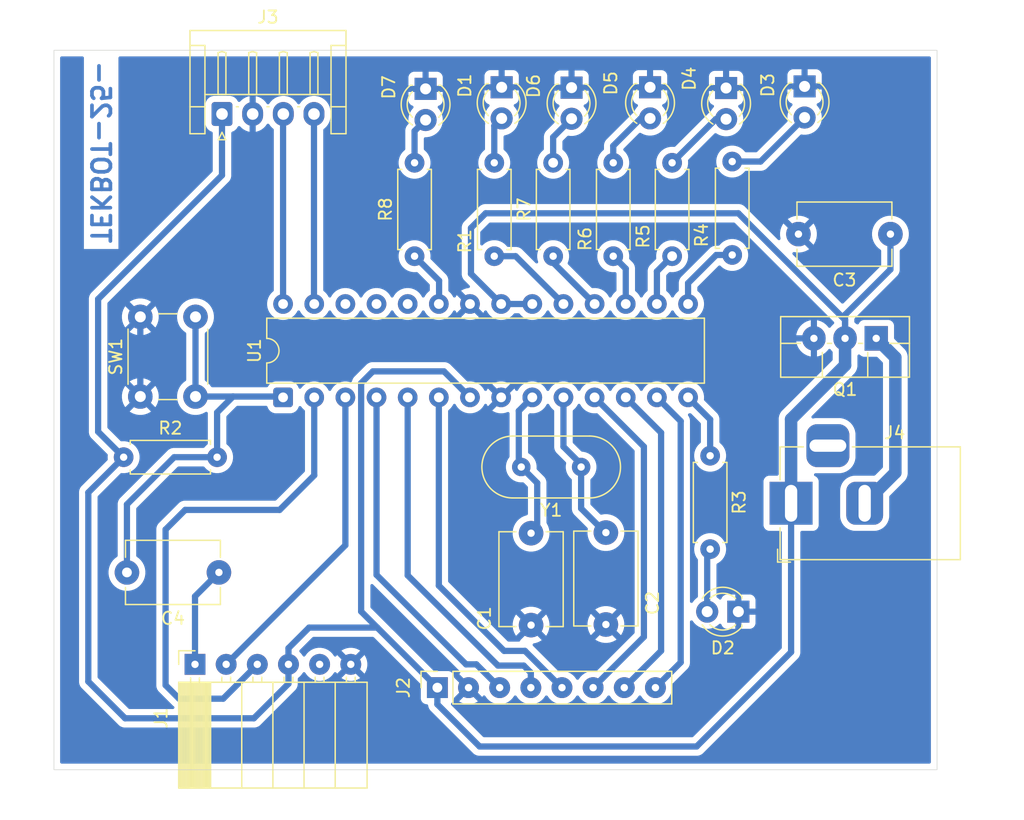
<source format=kicad_pcb>
(kicad_pcb (version 20241229) (generator "pcbnew") (generator_version "9.0")
  (layers (0 "F.Cu" signal) (2 "B.Cu" signal) (13 "F.Paste" user) (15 "B.Paste" user) (5 "F.SilkS" user "F.Silkscreen") (7 "B.SilkS" user "B.Silkscreen") (1 "F.Mask" user) (3 "B.Mask" user) (25 "Edge.Cuts" user))
  (net 0 "")
  (net 1 "XTAL2")
  (net 2 "V-")
  (net 3 "XTAL1")
  (net 4 "Net-(D1-A)")
  (net 5 "GND")
  (net 6 "Net-(D2-A)")
  (net 7 "Net-(D3-A)")
  (net 8 "Net-(D4-A)")
  (net 9 "Net-(D5-A)")
  (net 10 "Net-(D6-A)")
  (net 11 "Net-(D7-A)")
  (net 12 "Rx")
  (net 14 "RST")
  (net 15 "Tx")
  (net 16 "V+")
  (net 17 "D6")
  (net 18 "E")
  (net 19 "RS")
  (net 20 "D4")
  (net 21 "D7")
  (net 22 "D5")
  (net 23 "SCL")
  (net 24 "SDA")
  (net 25 "Lbuilt")
  (net 26 "UP")
  (net 27 "DOWN")
  (net 28 "LEFT")
  (net 29 "RIGHT")
  (net 30 "FRONT")
  (net 31 "BACK")
  (net 35 "Net-(J1-Pin_1)")
  (footprint "Crystal:Crystal_HC49-U_Vertical" (layer "F.Cu") (at 153.98 113.3 180)
    (property "Reference" "Y1" (at 2.44 -3.525 0) (layer "F.SilkS"))
    (property "Value" "Crystal")
    (fp_line (start -0.685 2.525) (end 5.565 2.525) (stroke (width 0.12)) (layer "F.SilkS"))
    (fp_line (start -0.685 -2.525) (end 5.565 -2.525) (stroke (width 0.12)) (layer "F.SilkS"))
    (fp_arc (start 5.565 -2.525) (mid 8.09 0) (end 5.565 2.525) (stroke (width 0.12)) (layer "F.SilkS"))
    (fp_arc (start -0.685 2.525) (mid -3.21 0) (end -0.685 -2.525) (stroke (width 0.12)) (layer "F.SilkS"))
    (pad "1" thru_hole circle (at 0 0 180) (size 1.5 1.5) (drill 0.6) (layers "*.Cu" "*.Mask") (net 1 "XTAL2"))
    (pad "2" thru_hole circle (at 4.88 0 180) (size 1.5 1.5) (drill 0.6) (layers "*.Cu" "*.Mask") (net 3 "XTAL1"))
  )
  (footprint "Resistor_THT:R_Axial_DIN0207_L6.3mm_D2.5mm_P7.62mm_Horizontal" (layer "F.Cu") (at 151.7 96.1 90)
    (property "Reference" "R7" (at 3.81 -2.37 90) (layer "F.SilkS"))
    (property "Value" "220")
    (fp_line (start 7.08 -1.37) (end 7.08 -1.04) (stroke (width 0.12)) (layer "F.SilkS"))
    (fp_line (start 0.54 -1.37) (end 7.08 -1.37) (stroke (width 0.12)) (layer "F.SilkS"))
    (fp_line (start 0.54 -1.04) (end 0.54 -1.37) (stroke (width 0.12)) (layer "F.SilkS"))
    (fp_line (start 0.54 1.04) (end 0.54 1.37) (stroke (width 0.12)) (layer "F.SilkS"))
    (fp_line (start 7.08 1.37) (end 7.08 1.04) (stroke (width 0.12)) (layer "F.SilkS"))
    (fp_line (start 0.54 1.37) (end 7.08 1.37) (stroke (width 0.12)) (layer "F.SilkS"))
    (pad "1" thru_hole circle (at 0 0 90) (size 1.6 1.6) (drill 0.6) (layers "*.Cu" "*.Mask") (net 30 "FRONT"))
    (pad "2" thru_hole oval (at 7.62 0 90) (size 1.6 1.6) (drill 0.8) (layers "*.Cu" "*.Mask") (net 10 "Net-(D6-A)"))
  )
  (footprint "Button_Switch_THT:SW_PUSH_6mm" (layer "F.Cu") (at 118.04 107.55 90)
    (property "Reference" "SW1" (at 3.25 -2 90) (layer "F.SilkS"))
    (property "Value" "SW_Push")
    (fp_line (start 5.5 -1) (end 1 -1) (stroke (width 0.12)) (layer "F.SilkS"))
    (fp_line (start -0.25 1.5) (end -0.25 3) (stroke (width 0.12)) (layer "F.SilkS"))
    (fp_line (start 6.75 3) (end 6.75 1.5) (stroke (width 0.12)) (layer "F.SilkS"))
    (fp_line (start 1 5.5) (end 5.5 5.5) (stroke (width 0.12)) (layer "F.SilkS"))
    (pad "1" thru_hole circle (at 0 0 180) (size 2 2) (drill 0.9) (layers "*.Cu" "*.Mask") (net 2 "V-"))
    (pad "1" thru_hole circle (at 6.5 0 180) (size 2 2) (drill 0.9) (layers "*.Cu" "*.Mask") (net 2 "V-"))
    (pad "2" thru_hole circle (at 0 4.5 180) (size 2 2) (drill 0.9) (layers "*.Cu" "*.Mask") (net 14 "RST"))
    (pad "2" thru_hole circle (at 6.5 4.5 180) (size 2 2) (drill 0.9) (layers "*.Cu" "*.Mask") (net 14 "RST"))
  )
  (footprint "Capacitor_THT:C_Disc_D7.5mm_W5.0mm_P7.50mm" (layer "F.Cu") (at 124.45 121.9 180)
    (property "Reference" "C4" (at 3.75 -3.75 0) (layer "F.SilkS"))
    (property "Value" "100nF")
    (fp_line (start 7.62 1.234) (end 7.62 2.62) (stroke (width 0.12)) (layer "F.SilkS"))
    (fp_line (start 7.62 -2.62) (end 7.62 -1.234) (stroke (width 0.12)) (layer "F.SilkS"))
    (fp_line (start -0.12 2.62) (end 7.62 2.62) (stroke (width 0.12)) (layer "F.SilkS"))
    (fp_line (start -0.12 1.234) (end -0.12 2.62) (stroke (width 0.12)) (layer "F.SilkS"))
    (fp_line (start -0.12 -2.62) (end 7.62 -2.62) (stroke (width 0.12)) (layer "F.SilkS"))
    (fp_line (start -0.12 -2.62) (end -0.12 -1.234) (stroke (width 0.12)) (layer "F.SilkS"))
    (pad "1" thru_hole circle (at 0 0 180) (size 2 2) (drill 0.6) (layers "*.Cu" "*.Mask") (net 35 "Net-(J1-Pin_1)"))
    (pad "2" thru_hole circle (at 7.5 0 180) (size 2 2) (drill 0.8) (layers "*.Cu" "*.Mask") (net 14 "RST"))
  )
  (footprint "LED_THT:LED_D3.0mm" (layer "F.Cu") (at 166.8 125.1 180)
    (property "Reference" "D2" (at 1.27 -2.96 0) (layer "F.SilkS"))
    (property "Value" "LED")
    (fp_line (start -0.29 1.08) (end -0.29 1.236) (stroke (width 0.12)) (layer "F.SilkS"))
    (fp_line (start -0.29 -1.236) (end -0.29 -1.08) (stroke (width 0.12)) (layer "F.SilkS"))
    (fp_arc (start 2.941397 1.080061) (mid 1.365624 1.987701) (end -0.29 1.235516) (stroke (width 0.12)) (layer "F.SilkS"))
    (fp_arc (start 2.31091 1.080049) (mid 1.269964 1.5) (end 0.229039 1.08) (stroke (width 0.12)) (layer "F.SilkS"))
    (fp_arc (start 0.229039 -1.08) (mid 1.269964 -1.5) (end 2.31091 -1.080049) (stroke (width 0.12)) (layer "F.SilkS"))
    (fp_arc (start -0.29 -1.235516) (mid 1.365624 -1.987701) (end 2.941397 -1.080061) (stroke (width 0.12)) (layer "F.SilkS"))
    (pad "1" thru_hole rect (at 0 0 180) (size 1.8 1.8) (drill 0.9) (layers "*.Cu" "*.Mask") (net 2 "V-"))
    (pad "2" thru_hole circle (at 2.54 0 180) (size 1.8 1.8) (drill 0.9) (layers "*.Cu" "*.Mask") (net 6 "Net-(D2-A)"))
  )
  (footprint "Connector_BarrelJack:BarrelJack_Horizontal" (layer "F.Cu") (at 171.1 116.2575 180)
    (property "Reference" "J4" (at -8.45 5.75 0) (layer "F.SilkS"))
    (property "Value" "Jack-DC")
    (fp_line (start 1.1 -3.75) (end 1.1 -4.8) (stroke (width 0.12)) (layer "F.SilkS"))
    (fp_line (start 0.9 4.6) (end -1 4.6) (stroke (width 0.12)) (layer "F.SilkS"))
    (fp_line (start 0.9 1.9) (end 0.9 4.6) (stroke (width 0.12)) (layer "F.SilkS"))
    (fp_line (start 0.9 -4.6) (end 0.9 -2) (stroke (width 0.12)) (layer "F.SilkS"))
    (fp_line (start 0.05 -4.8) (end 1.1 -4.8) (stroke (width 0.12)) (layer "F.SilkS"))
    (fp_line (start -5 4.6) (end -13.8 4.6) (stroke (width 0.12)) (layer "F.SilkS"))
    (fp_line (start -13.8 4.6) (end -13.8 -4.6) (stroke (width 0.12)) (layer "F.SilkS"))
    (fp_line (start -13.8 -4.6) (end 0.9 -4.6) (stroke (width 0.12)) (layer "F.SilkS"))
    (pad "1" thru_hole rect (at 0 0 180) (size 3.5 3.5) (drill oval 1 3) (layers "*.Cu" "*.Mask") (net 16 "V+"))
    (pad "2" thru_hole roundrect (at -6 0 180) (size 3 3.5) (drill oval 1 3) (layers "*.Cu" "*.Mask") (net 5 "GND"))
    (pad "3" thru_hole roundrect (at -3 4.7 180) (size 3.5 3.5) (drill oval 3 1) (layers "*.Cu" "*.Mask"))
  )
  (footprint "Resistor_THT:R_Axial_DIN0207_L6.3mm_D2.5mm_P7.62mm_Horizontal" (layer "F.Cu") (at 156.6 96.1 90)
    (property "Reference" "R6" (at 1.4 -2.3 90) (layer "F.SilkS"))
    (property "Value" "220")
    (fp_line (start 7.08 -1.37) (end 7.08 -1.04) (stroke (width 0.12)) (layer "F.SilkS"))
    (fp_line (start 0.54 -1.37) (end 7.08 -1.37) (stroke (width 0.12)) (layer "F.SilkS"))
    (fp_line (start 0.54 -1.04) (end 0.54 -1.37) (stroke (width 0.12)) (layer "F.SilkS"))
    (fp_line (start 0.54 1.04) (end 0.54 1.37) (stroke (width 0.12)) (layer "F.SilkS"))
    (fp_line (start 7.08 1.37) (end 7.08 1.04) (stroke (width 0.12)) (layer "F.SilkS"))
    (fp_line (start 0.54 1.37) (end 7.08 1.37) (stroke (width 0.12)) (layer "F.SilkS"))
    (pad "1" thru_hole circle (at 0 0 90) (size 1.6 1.6) (drill 0.6) (layers "*.Cu" "*.Mask") (net 29 "RIGHT"))
    (pad "2" thru_hole oval (at 7.62 0 90) (size 1.6 1.6) (drill 0.6) (layers "*.Cu" "*.Mask") (net 9 "Net-(D5-A)"))
  )
  (footprint "Connector_PinSocket_2.54mm:PinSocket_1x08_P2.54mm_Vertical" (layer "F.Cu") (at 142.26 131.3 90)
    (property "Reference" "J2" (at 0 -2.77 90) (layer "F.SilkS"))
    (property "Value" "LCD_connector")
    (fp_line (start 1.33 -1.33) (end 1.33 0) (stroke (width 0.12)) (layer "F.SilkS"))
    (fp_line (start 0 -1.33) (end 1.33 -1.33) (stroke (width 0.12)) (layer "F.SilkS"))
    (fp_line (start 1.33 1.27) (end 1.33 19.11) (stroke (width 0.12)) (layer "F.SilkS"))
    (fp_line (start -1.33 1.27) (end 1.33 1.27) (stroke (width 0.12)) (layer "F.SilkS"))
    (fp_line (start -1.33 1.27) (end -1.33 19.11) (stroke (width 0.12)) (layer "F.SilkS"))
    (fp_line (start -1.33 19.11) (end 1.33 19.11) (stroke (width 0.12)) (layer "F.SilkS"))
    (pad "1" thru_hole rect (at 0 0 90) (size 1.7 1.7) (drill 0.8) (layers "*.Cu" "*.Mask") (net 16 "V+"))
    (pad "2" thru_hole circle (at 0 2.54 90) (size 1.7 1.7) (drill 0.6) (layers "*.Cu" "*.Mask") (net 2 "V-"))
    (pad "3" thru_hole circle (at 0 5.08 90) (size 1.7 1.7) (drill 0.6) (layers "*.Cu" "*.Mask") (net 20 "D4"))
    (pad "4" thru_hole circle (at 0 7.62 90) (size 1.7 1.7) (drill 0.6) (layers "*.Cu" "*.Mask") (net 22 "D5"))
    (pad "5" thru_hole circle (at 0 10.16 90) (size 1.7 1.7) (drill 0.6) (layers "*.Cu" "*.Mask") (net 17 "D6"))
    (pad "6" thru_hole circle (at 0 12.7 90) (size 1.7 1.7) (drill 0.6) (layers "*.Cu" "*.Mask") (net 21 "D7"))
    (pad "7" thru_hole circle (at 0 15.24 90) (size 1.7 1.7) (drill 0.6) (layers "*.Cu" "*.Mask") (net 19 "RS"))
    (pad "8" thru_hole circle (at 0 17.78 90) (size 1.7 1.7) (drill 0.6) (layers "*.Cu" "*.Mask") (net 18 "E"))
  )
  (footprint "Package_DIP:DIP-28_W7.62mm" (layer "F.Cu") (at 129.68 107.62 90)
    (property "Reference" "U1" (at 3.81 -2.33 90) (layer "F.SilkS"))
    (property "Value" "ATmega328-P")
    (fp_line (start 6.46 -1.33) (end 4.81 -1.33) (stroke (width 0.12)) (layer "F.SilkS"))
    (fp_line (start 2.81 -1.33) (end 1.16 -1.33) (stroke (width 0.12)) (layer "F.SilkS"))
    (fp_line (start 1.16 -1.33) (end 1.16 34.35) (stroke (width 0.12)) (layer "F.SilkS"))
    (fp_line (start 6.46 34.35) (end 6.46 -1.33) (stroke (width 0.12)) (layer "F.SilkS"))
    (fp_line (start 1.16 34.35) (end 6.46 34.35) (stroke (width 0.12)) (layer "F.SilkS"))
    (fp_arc (start 4.81 -1.33) (mid 3.81 -0.33) (end 2.81 -1.33) (stroke (width 0.12)) (layer "F.SilkS"))
    (pad "1" thru_hole roundrect (at 0 0 90) (size 1.6 1.6) (drill 0.8) (layers "*.Cu" "*.Mask") (roundrect_rratio 0.15625) (net 14 "RST"))
    (pad "2" thru_hole circle (at 0 2.54 90) (size 1.6 1.6) (drill 0.8) (layers "*.Cu" "*.Mask") (net 15 "Tx"))
    (pad "3" thru_hole circle (at 0 5.08 90) (size 1.6 1.6) (drill 0.8) (layers "*.Cu" "*.Mask") (net 12 "Rx"))
    (pad "4" thru_hole circle (at 0 7.62 90) (size 1.6 1.6) (drill 0.8) (layers "*.Cu" "*.Mask") (net 20 "D4"))
    (pad "5" thru_hole circle (at 0 10.16 90) (size 1.6 1.6) (drill 0.8) (layers "*.Cu" "*.Mask") (net 22 "D5"))
    (pad "6" thru_hole circle (at 0 12.7 90) (size 1.6 1.6) (drill 0.8) (layers "*.Cu" "*.Mask") (net 17 "D6"))
    (pad "7" thru_hole circle (at 0 15.24 90) (size 1.6 1.6) (drill 0.8) (layers "*.Cu" "*.Mask") (net 16 "V+"))
    (pad "8" thru_hole circle (at 0 17.78 90) (size 1.6 1.6) (drill 0.8) (layers "*.Cu" "*.Mask") (net 2 "V-"))
    (pad "9" thru_hole circle (at 0 20.32 90) (size 1.6 1.6) (drill 0.8) (layers "*.Cu" "*.Mask") (net 3 "XTAL1"))
    (pad "10" thru_hole circle (at 0 22.86 90) (size 1.6 1.6) (drill 0.8) (layers "*.Cu" "*.Mask") (net 1 "XTAL2"))
    (pad "11" thru_hole circle (at 0 25.4 90) (size 1.6 1.6) (drill 0.8) (layers "*.Cu" "*.Mask") (net 21 "D7"))
    (pad "12" thru_hole circle (at 0 27.94 90) (size 1.6 1.6) (drill 0.8) (layers "*.Cu" "*.Mask") (net 19 "RS"))
    (pad "13" thru_hole circle (at 0 30.48 90) (size 1.6 1.6) (drill 0.8) (layers "*.Cu" "*.Mask") (net 18 "E"))
    (pad "14" thru_hole circle (at 0 33.02 90) (size 1.6 1.6) (drill 0.8) (layers "*.Cu" "*.Mask") (net 26 "UP"))
    (pad "15" thru_hole circle (at 7.62 33.02 90) (size 1.6 1.6) (drill 0.8) (layers "*.Cu" "*.Mask") (net 27 "DOWN"))
    (pad "16" thru_hole circle (at 7.62 30.48 90) (size 1.6 1.6) (drill 0.8) (layers "*.Cu" "*.Mask") (net 28 "LEFT"))
    (pad "17" thru_hole circle (at 7.62 27.94 90) (size 1.6 1.6) (drill 0.8) (layers "*.Cu" "*.Mask") (net 29 "RIGHT"))
    (pad "18" thru_hole circle (at 7.62 25.4 90) (size 1.6 1.6) (drill 0.8) (layers "*.Cu" "*.Mask") (net 30 "FRONT"))
    (pad "19" thru_hole circle (at 7.62 22.86 90) (size 1.6 1.6) (drill 0.8) (layers "*.Cu" "*.Mask") (net 25 "Lbuilt"))
    (pad "20" thru_hole circle (at 7.62 20.32 90) (size 1.6 1.6) (drill 0.8) (layers "*.Cu" "*.Mask") (net 16 "V+"))
    (pad "21" thru_hole circle (at 7.62 17.78 90) (size 1.6 1.6) (drill 0.8) (layers "*.Cu" "*.Mask") (net 16 "V+"))
    (pad "22" thru_hole circle (at 7.62 15.24 90) (size 1.6 1.6) (drill 0.8) (layers "*.Cu" "*.Mask") (net 2 "V-"))
    (pad "23" thru_hole circle (at 7.62 12.7 90) (size 1.6 1.6) (drill 0.8) (layers "*.Cu" "*.Mask") (net 31 "BACK"))
    (pad "24" thru_hole circle (at 7.62 10.16 90) (size 1.6 1.6) (drill 0.8) (layers "*.Cu" "*.Mask"))
    (pad "25" thru_hole circle (at 7.62 7.62 90) (size 1.6 1.6) (drill 0.8) (layers "*.Cu" "*.Mask"))
    (pad "26" thru_hole circle (at 7.62 5.08 90) (size 1.6 1.6) (drill 0.8) (layers "*.Cu" "*.Mask"))
    (pad "27" thru_hole circle (at 7.62 2.54 90) (size 1.6 1.6) (drill 0.8) (layers "*.Cu" "*.Mask") (net 24 "SDA"))
    (pad "28" thru_hole circle (at 7.62 0 90) (size 1.6 1.6) (drill 0.8) (layers "*.Cu" "*.Mask") (net 23 "SCL"))
  )
  (footprint "LED_THT:LED_D3.0mm" (layer "F.Cu") (at 153.2 82.35 -90)
    (property "Reference" "D6" (at -0.13 3.1 90) (layer "F.SilkS"))
    (property "Value" "LED")
    (fp_line (start -0.29 1.08) (end -0.29 1.236) (stroke (width 0.12)) (layer "F.SilkS"))
    (fp_line (start -0.29 -1.236) (end -0.29 -1.08) (stroke (width 0.12)) (layer "F.SilkS"))
    (fp_arc (start 2.941397 1.080061) (mid 1.365624 1.987701) (end -0.29 1.235516) (stroke (width 0.12)) (layer "F.SilkS"))
    (fp_arc (start 2.31091 1.080049) (mid 1.269964 1.5) (end 0.229039 1.08) (stroke (width 0.12)) (layer "F.SilkS"))
    (fp_arc (start 0.229039 -1.08) (mid 1.269964 -1.5) (end 2.31091 -1.080049) (stroke (width 0.12)) (layer "F.SilkS"))
    (fp_arc (start -0.29 -1.235516) (mid 1.365624 -1.987701) (end 2.941397 -1.080061) (stroke (width 0.12)) (layer "F.SilkS"))
    (pad "1" thru_hole rect (at 0 0 270) (size 1.8 1.8) (drill 0.9) (layers "*.Cu" "*.Mask") (net 2 "V-"))
    (pad "2" thru_hole circle (at 2.54 0 270) (size 1.8 1.8) (drill 0.9) (layers "*.Cu" "*.Mask") (net 10 "Net-(D6-A)"))
  )
  (footprint "Capacitor_THT:C_Disc_D7.5mm_W5.0mm_P7.50mm" (layer "F.Cu") (at 149.9 118.7 -90)
    (property "Reference" "C1" (at 6.95 3.8 90) (layer "F.SilkS"))
    (property "Value" "22pF")
    (fp_line (start -0.12 2.62) (end 7.62 2.62) (stroke (width 0.12)) (layer "F.SilkS"))
    (fp_line (start -0.12 1.234) (end -0.12 2.62) (stroke (width 0.12)) (layer "F.SilkS"))
    (fp_line (start 7.62 1.234) (end 7.62 2.62) (stroke (width 0.12)) (layer "F.SilkS"))
    (fp_line (start -0.12 -2.62) (end -0.12 -1.234) (stroke (width 0.12)) (layer "F.SilkS"))
    (fp_line (start -0.12 -2.62) (end 7.62 -2.62) (stroke (width 0.12)) (layer "F.SilkS"))
    (fp_line (start 7.62 -2.62) (end 7.62 -1.234) (stroke (width 0.12)) (layer "F.SilkS"))
    (pad "1" thru_hole circle (at 0 0 270) (size 2 2) (drill 0.6) (layers "*.Cu" "*.Mask") (net 3 "XTAL1"))
    (pad "2" thru_hole circle (at 7.5 0 270) (size 2 2) (drill 0.6) (layers "*.Cu" "*.Mask") (net 2 "V-"))
  )
  (footprint "Resistor_THT:R_Axial_DIN0207_L6.3mm_D2.5mm_P7.62mm_Horizontal" (layer "F.Cu") (at 146.9 96.1 90)
    (property "Reference" "R1" (at 1.22 -2.4 90) (layer "F.SilkS"))
    (property "Value" "220")
    (fp_line (start 7.08 -1.37) (end 7.08 -1.04) (stroke (width 0.12)) (layer "F.SilkS"))
    (fp_line (start 0.54 -1.37) (end 7.08 -1.37) (stroke (width 0.12)) (layer "F.SilkS"))
    (fp_line (start 0.54 -1.04) (end 0.54 -1.37) (stroke (width 0.12)) (layer "F.SilkS"))
    (fp_line (start 0.54 1.04) (end 0.54 1.37) (stroke (width 0.12)) (layer "F.SilkS"))
    (fp_line (start 7.08 1.37) (end 7.08 1.04) (stroke (width 0.12)) (layer "F.SilkS"))
    (fp_line (start 0.54 1.37) (end 7.08 1.37) (stroke (width 0.12)) (layer "F.SilkS"))
    (pad "1" thru_hole circle (at 0 0 90) (size 1.6 1.6) (drill 0.6) (layers "*.Cu" "*.Mask") (net 25 "Lbuilt"))
    (pad "2" thru_hole oval (at 7.62 0 90) (size 1.6 1.6) (drill 0.6) (layers "*.Cu" "*.Mask") (net 4 "Net-(D1-A)"))
  )
  (footprint "LED_THT:LED_D3.0mm" (layer "F.Cu") (at 172.2 82.25 -90)
    (property "Reference" "D3" (at -0.1 3 90) (layer "F.SilkS"))
    (property "Value" "LED")
    (fp_line (start -0.29 1.08) (end -0.29 1.236) (stroke (width 0.12)) (layer "F.SilkS"))
    (fp_line (start -0.29 -1.236) (end -0.29 -1.08) (stroke (width 0.12)) (layer "F.SilkS"))
    (fp_arc (start 2.941397 1.080061) (mid 1.365624 1.987701) (end -0.29 1.235516) (stroke (width 0.12)) (layer "F.SilkS"))
    (fp_arc (start 2.31091 1.080049) (mid 1.269964 1.5) (end 0.229039 1.08) (stroke (width 0.12)) (layer "F.SilkS"))
    (fp_arc (start 0.229039 -1.08) (mid 1.269964 -1.5) (end 2.31091 -1.080049) (stroke (width 0.12)) (layer "F.SilkS"))
    (fp_arc (start -0.29 -1.235516) (mid 1.365624 -1.987701) (end 2.941397 -1.080061) (stroke (width 0.12)) (layer "F.SilkS"))
    (pad "1" thru_hole rect (at 0 0 270) (size 1.8 1.8) (drill 0.9) (layers "*.Cu" "*.Mask") (net 2 "V-"))
    (pad "2" thru_hole circle (at 2.54 0 270) (size 1.8 1.8) (drill 0.9) (layers "*.Cu" "*.Mask") (net 7 "Net-(D3-A)"))
  )
  (footprint "Resistor_THT:R_Axial_DIN0207_L6.3mm_D2.5mm_P7.62mm_Horizontal" (layer "F.Cu") (at 161.4 96.1 90)
    (property "Reference" "R5" (at 1.61 -2.37 90) (layer "F.SilkS"))
    (property "Value" "220")
    (fp_line (start 7.08 -1.37) (end 7.08 -1.04) (stroke (width 0.12)) (layer "F.SilkS"))
    (fp_line (start 0.54 -1.37) (end 7.08 -1.37) (stroke (width 0.12)) (layer "F.SilkS"))
    (fp_line (start 0.54 -1.04) (end 0.54 -1.37) (stroke (width 0.12)) (layer "F.SilkS"))
    (fp_line (start 0.54 1.04) (end 0.54 1.37) (stroke (width 0.12)) (layer "F.SilkS"))
    (fp_line (start 7.08 1.37) (end 7.08 1.04) (stroke (width 0.12)) (layer "F.SilkS"))
    (fp_line (start 0.54 1.37) (end 7.08 1.37) (stroke (width 0.12)) (layer "F.SilkS"))
    (pad "1" thru_hole circle (at 0 0 90) (size 1.6 1.6) (drill 0.8) (layers "*.Cu" "*.Mask") (net 28 "LEFT"))
    (pad "2" thru_hole oval (at 7.62 0 90) (size 1.6 1.6) (drill 0.6) (layers "*.Cu" "*.Mask") (net 8 "Net-(D4-A)"))
  )
  (footprint "LED_THT:LED_D3.0mm" (layer "F.Cu") (at 159.6 82.32 -90)
    (property "Reference" "D5" (at -0.33 3.2 90) (layer "F.SilkS"))
    (property "Value" "LED")
    (fp_line (start -0.29 1.08) (end -0.29 1.236) (stroke (width 0.12)) (layer "F.SilkS"))
    (fp_line (start -0.29 -1.236) (end -0.29 -1.08) (stroke (width 0.12)) (layer "F.SilkS"))
    (fp_arc (start 2.941397 1.080061) (mid 1.365624 1.987701) (end -0.29 1.235516) (stroke (width 0.12)) (layer "F.SilkS"))
    (fp_arc (start 2.31091 1.080049) (mid 1.269964 1.5) (end 0.229039 1.08) (stroke (width 0.12)) (layer "F.SilkS"))
    (fp_arc (start 0.229039 -1.08) (mid 1.269964 -1.5) (end 2.31091 -1.080049) (stroke (width 0.12)) (layer "F.SilkS"))
    (fp_arc (start -0.29 -1.235516) (mid 1.365624 -1.987701) (end 2.941397 -1.080061) (stroke (width 0.12)) (layer "F.SilkS"))
    (pad "1" thru_hole rect (at 0 0 270) (size 1.8 1.8) (drill 0.9) (layers "*.Cu" "*.Mask") (net 2 "V-"))
    (pad "2" thru_hole circle (at 2.54 0 270) (size 1.8 1.8) (drill 0.9) (layers "*.Cu" "*.Mask") (net 9 "Net-(D5-A)"))
  )
  (footprint "LED_THT:LED_D3.0mm" (layer "F.Cu") (at 165.8 82.38 -90)
    (property "Reference" "D4" (at -0.76 3 90) (layer "F.SilkS"))
    (property "Value" "LED")
    (fp_line (start -0.29 1.08) (end -0.29 1.236) (stroke (width 0.12)) (layer "F.SilkS"))
    (fp_line (start -0.29 -1.236) (end -0.29 -1.08) (stroke (width 0.12)) (layer "F.SilkS"))
    (fp_arc (start 2.941397 1.080061) (mid 1.365624 1.987701) (end -0.29 1.235516) (stroke (width 0.12)) (layer "F.SilkS"))
    (fp_arc (start 2.31091 1.080049) (mid 1.269964 1.5) (end 0.229039 1.08) (stroke (width 0.12)) (layer "F.SilkS"))
    (fp_arc (start 0.229039 -1.08) (mid 1.269964 -1.5) (end 2.31091 -1.080049) (stroke (width 0.12)) (layer "F.SilkS"))
    (fp_arc (start -0.29 -1.235516) (mid 1.365624 -1.987701) (end 2.941397 -1.080061) (stroke (width 0.12)) (layer "F.SilkS"))
    (pad "1" thru_hole rect (at 0 0 270) (size 1.8 1.8) (drill 0.9) (layers "*.Cu" "*.Mask") (net 2 "V-"))
    (pad "2" thru_hole circle (at 2.54 0 270) (size 1.8 1.8) (drill 0.9) (layers "*.Cu" "*.Mask") (net 8 "Net-(D4-A)"))
  )
  (footprint "Connector_JST:JST_EH_S4B-EH_1x04_P2.50mm_Horizontal" (layer "F.Cu") (at 124.7 84.5)
    (property "Reference" "J3" (at 3.75 -7.9 0) (layer "F.SilkS"))
    (property "Value" "I2C_connector" (hide yes))
    (fp_line (start -2.61 -6.81) (end 10.11 -6.81) (stroke (width 0.12)) (layer "F.SilkS"))
    (fp_line (start -2.61 -5.59) (end -1.39 -5.59) (stroke (width 0.12)) (layer "F.SilkS"))
    (fp_line (start -2.61 1.61) (end -2.61 -6.81) (stroke (width 0.12)) (layer "F.SilkS"))
    (fp_line (start -1.39 -5.59) (end -1.39 -0.59) (stroke (width 0.12)) (layer "F.SilkS"))
    (fp_line (start -1.39 -1.59) (end 8.89 -1.59) (stroke (width 0.12)) (layer "F.SilkS"))
    (fp_line (start -1.39 -0.59) (end -2.61 -0.59) (stroke (width 0.12)) (layer "F.SilkS"))
    (fp_line (start -1.39 -0.59) (end -1.39 1.61) (stroke (width 0.12)) (layer "F.SilkS"))
    (fp_line (start -1.39 1.61) (end -2.61 1.61) (stroke (width 0.12)) (layer "F.SilkS"))
    (fp_line (start -0.32 -5.01) (end 0 -5.09) (stroke (width 0.12)) (layer "F.SilkS"))
    (fp_line (start -0.32 -1.59) (end -0.32 -5.01) (stroke (width 0.12)) (layer "F.SilkS"))
    (fp_line (start -0.3 2.1) (end 0.3 2.1) (stroke (width 0.12)) (layer "F.SilkS"))
    (fp_line (start 0 -5.09) (end 0.32 -5.01) (stroke (width 0.12)) (layer "F.SilkS"))
    (fp_line (start 0 -1.59) (end -0.32 -1.59) (stroke (width 0.12)) (layer "F.SilkS"))
    (fp_line (start 0 1.5) (end -0.3 2.1) (stroke (width 0.12)) (layer "F.SilkS"))
    (fp_line (start 0.3 2.1) (end 0 1.5) (stroke (width 0.12)) (layer "F.SilkS"))
    (fp_line (start 0.32 -5.01) (end 0.32 -1.59) (stroke (width 0.12)) (layer "F.SilkS"))
    (fp_line (start 0.32 -1.59) (end 0 -1.59) (stroke (width 0.12)) (layer "F.SilkS"))
    (fp_line (start 1.17 -0.59) (end 1.33 -0.59) (stroke (width 0.12)) (layer "F.SilkS"))
    (fp_line (start 2.18 -5.01) (end 2.5 -5.09) (stroke (width 0.12)) (layer "F.SilkS"))
    (fp_line (start 2.18 -1.59) (end 2.18 -5.01) (stroke (width 0.12)) (layer "F.SilkS"))
    (fp_line (start 2.5 -5.09) (end 2.82 -5.01) (stroke (width 0.12)) (layer "F.SilkS"))
    (fp_line (start 2.5 -1.59) (end 2.18 -1.59) (stroke (width 0.12)) (layer "F.SilkS"))
    (fp_line (start 2.82 -5.01) (end 2.82 -1.59) (stroke (width 0.12)) (layer "F.SilkS"))
    (fp_line (start 2.82 -1.59) (end 2.5 -1.59) (stroke (width 0.12)) (layer "F.SilkS"))
    (fp_line (start 3.67 -0.59) (end 3.83 -0.59) (stroke (width 0.12)) (layer "F.SilkS"))
    (fp_line (start 4.68 -5.01) (end 5 -5.09) (stroke (width 0.12)) (layer "F.SilkS"))
    (fp_line (start 4.68 -1.59) (end 4.68 -5.01) (stroke (width 0.12)) (layer "F.SilkS"))
    (fp_line (start 5 -5.09) (end 5.32 -5.01) (stroke (width 0.12)) (layer "F.SilkS"))
    (fp_line (start 5 -1.59) (end 4.68 -1.59) (stroke (width 0.12)) (layer "F.SilkS"))
    (fp_line (start 5.32 -5.01) (end 5.32 -1.59) (stroke (width 0.12)) (layer "F.SilkS"))
    (fp_line (start 5.32 -1.59) (end 5 -1.59) (stroke (width 0.12)) (layer "F.SilkS"))
    (fp_line (start 6.17 -0.59) (end 6.33 -0.59) (stroke (width 0.12)) (layer "F.SilkS"))
    (fp_line (start 7.18 -5.01) (end 7.5 -5.09) (stroke (width 0.12)) (layer "F.SilkS"))
    (fp_line (start 7.18 -1.59) (end 7.18 -5.01) (stroke (width 0.12)) (layer "F.SilkS"))
    (fp_line (start 7.5 -5.09) (end 7.82 -5.01) (stroke (width 0.12)) (layer "F.SilkS"))
    (fp_line (start 7.5 -1.59) (end 7.18 -1.59) (stroke (width 0.12)) (layer "F.SilkS"))
    (fp_line (start 7.82 -5.01) (end 7.82 -1.59) (stroke (width 0.12)) (layer "F.SilkS"))
    (fp_line (start 7.82 -1.59) (end 7.5 -1.59) (stroke (width 0.12)) (layer "F.SilkS"))
    (fp_line (start 8.89 -5.59) (end 8.89 -0.59) (stroke (width 0.12)) (layer "F.SilkS"))
    (fp_line (start 8.89 -0.59) (end 10.11 -0.59) (stroke (width 0.12)) (layer "F.SilkS"))
    (fp_line (start 8.89 1.61) (end 8.89 -0.59) (stroke (width 0.12)) (layer "F.SilkS"))
    (fp_line (start 10.11 -6.81) (end 10.11 1.61) (stroke (width 0.12)) (layer "F.SilkS"))
    (fp_line (start 10.11 -5.59) (end 8.89 -5.59) (stroke (width 0.12)) (layer "F.SilkS"))
    (fp_line (start 10.11 1.61) (end 8.89 1.61) (stroke (width 0.12)) (layer "F.SilkS"))
    (pad "1" thru_hole roundrect (at 0 0) (size 1.7 1.95) (drill 0.95) (layers "*.Cu" "*.Mask") (roundrect_rratio 0.147059) (net 16 "V+"))
    (pad "2" thru_hole oval (at 2.5 0) (size 1.7 1.95) (drill 0.95) (layers "*.Cu" "*.Mask") (net 2 "V-"))
    (pad "3" thru_hole oval (at 5 0) (size 1.7 1.95) (drill 0.95) (layers "*.Cu" "*.Mask") (net 23 "SCL"))
    (pad "4" thru_hole oval (at 7.5 0) (size 1.7 1.95) (drill 0.95) (layers "*.Cu" "*.Mask") (net 24 "SDA"))
  )
  (footprint "Resistor_THT:R_Axial_DIN0207_L6.3mm_D2.5mm_P7.62mm_Horizontal" (layer "F.Cu") (at 140.4 96.1 90)
    (property "Reference" "R8" (at 3.81 -2.37 90) (layer "F.SilkS"))
    (property "Value" "220")
    (fp_line (start 7.08 -1.37) (end 7.08 -1.04) (stroke (width 0.12)) (layer "F.SilkS"))
    (fp_line (start 0.54 -1.37) (end 7.08 -1.37) (stroke (width 0.12)) (layer "F.SilkS"))
    (fp_line (start 0.54 -1.04) (end 0.54 -1.37) (stroke (width 0.12)) (layer "F.SilkS"))
    (fp_line (start 0.54 1.04) (end 0.54 1.37) (stroke (width 0.12)) (layer "F.SilkS"))
    (fp_line (start 7.08 1.37) (end 7.08 1.04) (stroke (width 0.12)) (layer "F.SilkS"))
    (fp_line (start 0.54 1.37) (end 7.08 1.37) (stroke (width 0.12)) (layer "F.SilkS"))
    (pad "1" thru_hole circle (at 0 0 90) (size 1.6 1.6) (drill 0.6) (layers "*.Cu" "*.Mask") (net 31 "BACK"))
    (pad "2" thru_hole oval (at 7.62 0 90) (size 1.6 1.6) (drill 0.6) (layers "*.Cu" "*.Mask") (net 11 "Net-(D7-A)"))
  )
  (footprint "Capacitor_THT:C_Disc_D7.5mm_W5.0mm_P7.50mm" (layer "F.Cu") (at 179.2 94.3 180)
    (property "Reference" "C3" (at 3.75 -3.75 0) (layer "F.SilkS"))
    (property "Value" "100n")
    (fp_line (start 7.62 1.234) (end 7.62 2.62) (stroke (width 0.12)) (layer "F.SilkS"))
    (fp_line (start 7.62 -2.62) (end 7.62 -1.234) (stroke (width 0.12)) (layer "F.SilkS"))
    (fp_line (start -0.12 2.62) (end 7.62 2.62) (stroke (width 0.12)) (layer "F.SilkS"))
    (fp_line (start -0.12 1.234) (end -0.12 2.62) (stroke (width 0.12)) (layer "F.SilkS"))
    (fp_line (start -0.12 -2.62) (end 7.62 -2.62) (stroke (width 0.12)) (layer "F.SilkS"))
    (fp_line (start -0.12 -2.62) (end -0.12 -1.234) (stroke (width 0.12)) (layer "F.SilkS"))
    (pad "1" thru_hole circle (at 0 0 180) (size 2 2) (drill 0.6) (layers "*.Cu" "*.Mask") (net 16 "V+"))
    (pad "2" thru_hole circle (at 7.5 0 180) (size 2 2) (drill 0.6) (layers "*.Cu" "*.Mask") (net 2 "V-"))
  )
  (footprint "Package_TO_SOT_THT:TO-220F-3_Vertical" (layer "F.Cu") (at 178.04 102.805 180)
    (property "Reference" "Q1" (at 2.54 -4.1675 0) (layer "F.SilkS"))
    (property "Value" "NMOS")
    (fp_line (start 7.79 -3.168) (end 7.79 1.773) (stroke (width 0.12)) (layer "F.SilkS"))
    (fp_line (start 6.183 -0.408) (end 7.79 -0.408) (stroke (width 0.12)) (layer "F.SilkS"))
    (fp_line (start 4.391 -3.168) (end 4.391 -1.15) (stroke (width 0.12)) (layer "F.SilkS"))
    (fp_line (start 3.643 -0.408) (end 3.978 -0.408) (stroke (width 0.12)) (layer "F.SilkS"))
    (fp_line (start 1.103 -0.408) (end 1.438 -0.408) (stroke (width 0.12)) (layer "F.SilkS"))
    (fp_line (start 0.69 -3.168) (end 0.69 -1.15) (stroke (width 0.12)) (layer "F.SilkS"))
    (fp_line (start -2.71 1.773) (end 7.79 1.773) (stroke (width 0.12)) (layer "F.SilkS"))
    (fp_line (start -2.71 -0.408) (end -1.103 -0.408) (stroke (width 0.12)) (layer "F.SilkS"))
    (fp_line (start -2.71 -3.168) (end 7.79 -3.168) (stroke (width 0.12)) (layer "F.SilkS"))
    (fp_line (start -2.71 -3.168) (end -2.71 1.773) (stroke (width 0.12)) (layer "F.SilkS"))
    (pad "1" thru_hole rect (at 0 0 180) (size 1.905 2) (drill 0.6) (layers "*.Cu" "*.Mask") (net 5 "GND"))
    (pad "2" thru_hole oval (at 2.54 0 180) (size 1.905 2) (drill 0.6) (layers "*.Cu" "*.Mask") (net 16 "V+"))
    (pad "3" thru_hole oval (at 5.08 0 180) (size 1.905 2) (drill 0.6) (layers "*.Cu" "*.Mask") (net 2 "V-"))
  )
  (footprint "Connector_PinSocket_2.54mm:PinSocket_1x06_P2.54mm_Horizontal" (layer "F.Cu") (at 122.5 129.4 90)
    (property "Reference" "J1" (at -4.38 -2.77 90) (layer "F.SilkS"))
    (property "Value" "Prog_connector")
    (fp_line (start 1.11 -1.33) (end 1.11 0) (stroke (width 0.12)) (layer "F.SilkS"))
    (fp_line (start 0 -1.33) (end 1.11 -1.33) (stroke (width 0.12)) (layer "F.SilkS"))
    (fp_line (start -1.46 -1.33) (end -1.46 14.03) (stroke (width 0.12)) (layer "F.SilkS"))
    (fp_line (start -10.09 -1.33) (end -1.46 -1.33) (stroke (width 0.12)) (layer "F.SilkS"))
    (fp_line (start -10.09 -1.33) (end -10.09 14.03) (stroke (width 0.12)) (layer "F.SilkS"))
    (fp_line (start -10.09 -1.21) (end -1.46 -1.21) (stroke (width 0.12)) (layer "F.SilkS"))
    (fp_line (start -10.09 -1.091905) (end -1.46 -1.091905) (stroke (width 0.12)) (layer "F.SilkS"))
    (fp_line (start -10.09 -0.97381) (end -1.46 -0.97381) (stroke (width 0.12)) (layer "F.SilkS"))
    (fp_line (start -10.09 -0.855715) (end -1.46 -0.855715) (stroke (width 0.12)) (layer "F.SilkS"))
    (fp_line (start -10.09 -0.73762) (end -1.46 -0.73762) (stroke (width 0.12)) (layer "F.SilkS"))
    (fp_line (start -10.09 -0.619525) (end -1.46 -0.619525) (stroke (width 0.12)) (layer "F.SilkS"))
    (fp_line (start -10.09 -0.50143) (end -1.46 -0.50143) (stroke (width 0.12)) (layer "F.SilkS"))
    (fp_line (start -10.09 -0.383335) (end -1.46 -0.383335) (stroke (width 0.12)) (layer "F.SilkS"))
    (fp_line (start -1.46 -0.36) (end -1.11 -0.36) (stroke (width 0.12)) (layer "F.SilkS"))
    (fp_line (start -10.09 -0.26524) (end -1.46 -0.26524) (stroke (width 0.12)) (layer "F.SilkS"))
    (fp_line (start -10.09 -0.147145) (end -1.46 -0.147145) (stroke (width 0.12)) (layer "F.SilkS"))
    (fp_line (start -10.09 -0.02905) (end -1.46 -0.02905) (stroke (width 0.12)) (layer "F.SilkS"))
    (fp_line (start -10.09 0.089045) (end -1.46 0.089045) (stroke (width 0.12)) (layer "F.SilkS"))
    (fp_line (start -10.09 0.20714) (end -1.46 0.20714) (stroke (width 0.12)) (layer "F.SilkS"))
    (fp_line (start -10.09 0.325235) (end -1.46 0.325235) (stroke (width 0.12)) (layer "F.SilkS"))
    (fp_line (start -1.46 0.36) (end -1.11 0.36) (stroke (width 0.12)) (layer "F.SilkS"))
    (fp_line (start -10.09 0.44333) (end -1.46 0.44333) (stroke (width 0.12)) (layer "F.SilkS"))
    (fp_line (start -10.09 0.561425) (end -1.46 0.561425) (stroke (width 0.12)) (layer "F.SilkS"))
    (fp_line (start -10.09 0.67952) (end -1.46 0.67952) (stroke (width 0.12)) (layer "F.SilkS"))
    (fp_line (start -10.09 0.797615) (end -1.46 0.797615) (stroke (width 0.12)) (layer "F.SilkS"))
    (fp_line (start -10.09 0.91571) (end -1.46 0.91571) (stroke (width 0.12)) (layer "F.SilkS"))
    (fp_line (start -10.09 1.033805) (end -1.46 1.033805) (stroke (width 0.12)) (layer "F.SilkS"))
    (fp_line (start -10.09 1.1519) (end -1.46 1.1519) (stroke (width 0.12)) (layer "F.SilkS"))
    (fp_line (start -10.09 1.27) (end -1.46 1.27) (stroke (width 0.12)) (layer "F.SilkS"))
    (fp_line (start -1.46 2.18) (end -1.05 2.18) (stroke (width 0.12)) (layer "F.SilkS"))
    (fp_line (start -1.46 2.9) (end -1.05 2.9) (stroke (width 0.12)) (layer "F.SilkS"))
    (fp_line (start -10.09 3.81) (end -1.46 3.81) (stroke (width 0.12)) (layer "F.SilkS"))
    (fp_line (start -1.46 4.72) (end -1.05 4.72) (stroke (width 0.12)) (layer "F.SilkS"))
    (fp_line (start -1.46 5.44) (end -1.05 5.44) (stroke (width 0.12)) (layer "F.SilkS"))
    (fp_line (start -10.09 6.35) (end -1.46 6.35) (stroke (width 0.12)) (layer "F.SilkS"))
    (fp_line (start -1.46 7.26) (end -1.05 7.26) (stroke (width 0.12)) (layer "F.SilkS"))
    (fp_line (start -1.46 7.98) (end -1.05 7.98) (stroke (width 0.12)) (layer "F.SilkS"))
    (fp_line (start -10.09 8.89) (end -1.46 8.89) (stroke (width 0.12)) (layer "F.SilkS"))
    (fp_line (start -1.46 9.8) (end -1.05 9.8) (stroke (width 0.12)) (layer "F.SilkS"))
    (fp_line (start -1.46 10.52) (end -1.05 10.52) (stroke (width 0.12)) (layer "F.SilkS"))
    (fp_line (start -10.09 11.43) (end -1.46 11.43) (stroke (width 0.12)) (layer "F.SilkS"))
    (fp_line (start -1.46 12.34) (end -1.05 12.34) (stroke (width 0.12)) (layer "F.SilkS"))
    (fp_line (start -1.46 13.06) (end -1.05 13.06) (stroke (width 0.12)) (layer "F.SilkS"))
    (fp_line (start -10.09 14.03) (end -1.46 14.03) (stroke (width 0.12)) (layer "F.SilkS"))
    (pad "1" thru_hole rect (at 0 0 90) (size 1.7 1.7) (drill 0.6) (layers "*.Cu" "*.Mask") (net 35 "Net-(J1-Pin_1)"))
    (pad "2" thru_hole circle (at 0 2.54 90) (size 1.7 1.7) (drill 0.6) (layers "*.Cu" "*.Mask") (net 12 "Rx"))
    (pad "3" thru_hole circle (at 0 5.08 90) (size 1.7 1.7) (drill 0.6) (layers "*.Cu" "*.Mask") (net 15 "Tx"))
    (pad "4" thru_hole circle (at 0 7.62 90) (size 1.7 1.7) (drill 0.6) (layers "*.Cu" "*.Mask") (net 16 "V+"))
    (pad "5" thru_hole circle (at 0 10.16 90) (size 1.7 1.7) (drill 0.6) (layers "*.Cu" "*.Mask"))
    (pad "6" thru_hole circle (at 0 12.7 90) (size 1.7 1.7) (drill 0.6) (layers "*.Cu" "*.Mask") (net 2 "V-"))
  )
  (footprint "Resistor_THT:R_Axial_DIN0207_L6.3mm_D2.5mm_P7.62mm_Horizontal" (layer "F.Cu") (at 164.5 112.38 -90)
    (property "Reference" "R3" (at 3.81 -2.37 90) (layer "F.SilkS"))
    (property "Value" "220")
    (fp_line (start 0.54 1.37) (end 7.08 1.37) (stroke (width 0.12)) (layer "F.SilkS"))
    (fp_line (start 7.08 1.37) (end 7.08 1.04) (stroke (width 0.12)) (layer "F.SilkS"))
    (fp_line (start 0.54 1.04) (end 0.54 1.37) (stroke (width 0.12)) (layer "F.SilkS"))
    (fp_line (start 0.54 -1.04) (end 0.54 -1.37) (stroke (width 0.12)) (layer "F.SilkS"))
    (fp_line (start 0.54 -1.37) (end 7.08 -1.37) (stroke (width 0.12)) (layer "F.SilkS"))
    (fp_line (start 7.08 -1.37) (end 7.08 -1.04) (stroke (width 0.12)) (layer "F.SilkS"))
    (pad "1" thru_hole circle (at 0 0 270) (size 1.6 1.6) (drill 0.6) (layers "*.Cu" "*.Mask") (net 26 "UP"))
    (pad "2" thru_hole oval (at 7.62 0 270) (size 1.6 1.6) (drill 0.6) (layers "*.Cu" "*.Mask") (net 6 "Net-(D2-A)"))
  )
  (footprint "Capacitor_THT:C_Disc_D7.5mm_W5.0mm_P7.50mm" (layer "F.Cu") (at 156 118.65 -90)
    (property "Reference" "C2" (at 5.75 -3.8 90) (layer "F.SilkS"))
    (property "Value" "22pF")
    (fp_line (start -0.12 2.62) (end 7.62 2.62) (stroke (width 0.12)) (layer "F.SilkS"))
    (fp_line (start -0.12 1.234) (end -0.12 2.62) (stroke (width 0.12)) (layer "F.SilkS"))
    (fp_line (start 7.62 1.234) (end 7.62 2.62) (stroke (width 0.12)) (layer "F.SilkS"))
    (fp_line (start -0.12 -2.62) (end -0.12 -1.234) (stroke (width 0.12)) (layer "F.SilkS"))
    (fp_line (start -0.12 -2.62) (end 7.62 -2.62) (stroke (width 0.12)) (layer "F.SilkS"))
    (fp_line (start 7.62 -2.62) (end 7.62 -1.234) (stroke (width 0.12)) (layer "F.SilkS"))
    (pad "1" thru_hole circle (at 0 0 270) (size 2 2) (drill 0.6) (layers "*.Cu" "*.Mask") (net 1 "XTAL2"))
    (pad "2" thru_hole circle (at 7.5 0 270) (size 2 2) (drill 0.6) (layers "*.Cu" "*.Mask") (net 2 "V-"))
  )
  (footprint "Resistor_THT:R_Axial_DIN0207_L6.3mm_D2.5mm_P7.62mm_Horizontal" (layer "F.Cu") (at 116.68 112.5)
    (property "Reference" "R2" (at 3.81 -2.37 0) (layer "F.SilkS"))
    (property "Value" "10k")
    (fp_line (start 0.54 -1.37) (end 7.08 -1.37) (stroke (width 0.12)) (layer "F.SilkS"))
    (fp_line (start 0.54 -1.04) (end 0.54 -1.37) (stroke (width 0.12)) (layer "F.SilkS"))
    (fp_line (start 0.54 1.04) (end 0.54 1.37) (stroke (width 0.12)) (layer "F.SilkS"))
    (fp_line (start 0.54 1.37) (end 7.08 1.37) (stroke (width 0.12)) (layer "F.SilkS"))
    (fp_line (start 7.08 -1.37) (end 7.08 -1.04) (stroke (width 0.12)) (layer "F.SilkS"))
    (fp_line (start 7.08 1.37) (end 7.08 1.04) (stroke (width 0.12)) (layer "F.SilkS"))
    (pad "1" thru_hole circle (at 0 0) (size 1.6 1.6) (drill 0.6) (layers "*.Cu" "*.Mask") (net 16 "V+"))
    (pad "2" thru_hole oval (at 7.62 0) (size 1.6 1.6) (drill 0.6) (layers "*.Cu" "*.Mask") (net 14 "RST"))
  )
  (footprint "Resistor_THT:R_Axial_DIN0207_L6.3mm_D2.5mm_P7.62mm_Horizontal" (layer "F.Cu") (at 166.3 96 90)
    (property "Reference" "R4" (at 1.61 -2.5 90) (layer "F.SilkS"))
    (property "Value" "220")
    (fp_line (start 7.08 -1.37) (end 7.08 -1.04) (stroke (width 0.12)) (layer "F.SilkS"))
    (fp_line (start 0.54 -1.37) (end 7.08 -1.37) (stroke (width 0.12)) (layer "F.SilkS"))
    (fp_line (start 0.54 -1.04) (end 0.54 -1.37) (stroke (width 0.12)) (layer "F.SilkS"))
    (fp_line (start 0.54 1.04) (end 0.54 1.37) (stroke (width 0.12)) (layer "F.SilkS"))
    (fp_line (start 7.08 1.37) (end 7.08 1.04) (stroke (width 0.12)) (layer "F.SilkS"))
    (fp_line (start 0.54 1.37) (end 7.08 1.37) (stroke (width 0.12)) (layer "F.SilkS"))
    (pad "1" thru_hole circle (at 0 0 90) (size 1.6 1.6) (drill 0.6) (layers "*.Cu" "*.Mask") (net 27 "DOWN"))
    (pad "2" thru_hole oval (at 7.62 0 90) (size 1.6 1.6) (drill 0.6) (layers "*.Cu" "*.Mask") (net 7 "Net-(D3-A)"))
  )
  (footprint "LED_THT:LED_D3.0mm" (layer "F.Cu") (at 147.5 82.32 -90)
    (property "Reference" "D1" (at -0.13 3 90) (layer "F.SilkS"))
    (property "Value" "LED")
    (fp_line (start -0.29 1.08) (end -0.29 1.236) (stroke (width 0.12)) (layer "F.SilkS"))
    (fp_line (start -0.29 -1.236) (end -0.29 -1.08) (stroke (width 0.12)) (layer "F.SilkS"))
    (fp_arc (start 2.941397 1.080061) (mid 1.365624 1.987701) (end -0.29 1.235516) (stroke (width 0.12)) (layer "F.SilkS"))
    (fp_arc (start 2.31091 1.080049) (mid 1.269964 1.5) (end 0.229039 1.08) (stroke (width 0.12)) (layer "F.SilkS"))
    (fp_arc (start 0.229039 -1.08) (mid 1.269964 -1.5) (end 2.31091 -1.080049) (stroke (width 0.12)) (layer "F.SilkS"))
    (fp_arc (start -0.29 -1.235516) (mid 1.365624 -1.987701) (end 2.941397 -1.080061) (stroke (width 0.12)) (layer "F.SilkS"))
    (pad "1" thru_hole rect (at 0 0 270) (size 1.8 1.8) (drill 0.9) (layers "*.Cu" "*.Mask") (net 2 "V-"))
    (pad "2" thru_hole circle (at 2.54 0 270) (size 1.8 1.8) (drill 0.9) (layers "*.Cu" "*.Mask") (net 4 "Net-(D1-A)"))
  )
  (footprint "LED_THT:LED_D3.0mm" (layer "F.Cu") (at 141.3 82.45 -90)
    (property "Reference" "D7" (at -0.13 3 90) (layer "F.SilkS"))
    (property "Value" "LED")
    (fp_line (start -0.29 1.08) (end -0.29 1.236) (stroke (width 0.12)) (layer "F.SilkS"))
    (fp_line (start -0.29 -1.236) (end -0.29 -1.08) (stroke (width 0.12)) (layer "F.SilkS"))
    (fp_arc (start 2.941397 1.080061) (mid 1.365624 1.987701) (end -0.29 1.235516) (stroke (width 0.12)) (layer "F.SilkS"))
    (fp_arc (start 2.31091 1.080049) (mid 1.269964 1.5) (end 0.229039 1.08) (stroke (width 0.12)) (layer "F.SilkS"))
    (fp_arc (start 0.229039 -1.08) (mid 1.269964 -1.5) (end 2.31091 -1.080049) (stroke (width 0.12)) (layer "F.SilkS"))
    (fp_arc (start -0.29 -1.235516) (mid 1.365624 -1.987701) (end 2.941397 -1.080061) (stroke (width 0.12)) (layer "F.SilkS"))
    (pad "1" thru_hole rect (at 0 0 270) (size 1.8 1.8) (drill 0.9) (layers "*.Cu" "*.Mask") (net 2 "V-"))
    (pad "2" thru_hole circle (at 2.54 0 270) (size 1.8 1.8) (drill 0.9) (layers "*.Cu" "*.Mask") (net 11 "Net-(D7-A)"))
  )
  (gr_rect (start 111 79.3) (end 183 138) (stroke (width 0.05)) (fill no) (layer "Edge.Cuts"))
  (gr_text "TEKBOT-25-" (at 113.9 95.2 270) (layer "B.Cu") (effects (font (size 1.5 1.5) (thickness 0.3) (bold yes)) (justify left bottom mirror)))
  (segment (start 153.98 116.68) (end 153.98 113.3) (width 0.508) (layer "B.Cu") (net 1))
  (segment (start 153.98 113.08) (end 152.54 111.64) (width 0.508) (layer "B.Cu") (net 1))
  (segment (start 156 118.65) (end 155.95 118.65) (width 0.508) (layer "B.Cu") (net 1))
  (segment (start 155.95 118.65) (end 153.98 116.68) (width 0.508) (layer "B.Cu") (net 1))
  (segment (start 152.54 111.64) (end 152.54 107.62) (width 0.508) (layer "B.Cu") (net 1))
  (segment (start 153.98 113.3) (end 153.98 113.08) (width 0.508) (layer "B.Cu") (net 1))
  (segment (start 127.15 84.55) (end 127.2 84.5) (width 0.508) (layer "B.Cu") (net 2))
  (segment (start 118.04 107.55) (end 118.04 101.05) (width 0.508) (layer "B.Cu") (net 2))
  (segment (start 148.9 113.1) (end 148.9 108.72) (width 0.508) (layer "B.Cu") (net 3))
  (segment (start 148.9 108.72) (end 150 107.62) (width 0.508) (layer "B.Cu") (net 3))
  (segment (start 150.4 114.6) (end 149.1 113.3) (width 0.508) (layer "B.Cu") (net 3))
  (segment (start 150.4 118.2) (end 150.4 114.6) (width 0.508) (layer "B.Cu") (net 3))
  (segment (start 149.9 118.7) (end 150.4 118.2) (width 0.508) (layer "B.Cu") (net 3))
  (segment (start 149.1 113.3) (end 148.9 113.1) (width 0.508) (layer "B.Cu") (net 3))
  (segment (start 146.9 85.46) (end 147.5 84.86) (width 0.508) (layer "B.Cu") (net 4))
  (segment (start 146.9 88.48) (end 146.9 85.46) (width 0.508) (layer "B.Cu") (net 4))
  (segment (start 177.1 116.2575) (end 179.6 113.7575) (width 1.016) (layer "B.Cu") (net 5))
  (segment (start 179.6 104.365) (end 178.04 102.805) (width 1.016) (layer "B.Cu") (net 5))
  (segment (start 179.6 113.7575) (end 179.6 104.365) (width 1.016) (layer "B.Cu") (net 5))
  (segment (start 164.26 120.24) (end 164.5 120) (width 0.508) (layer "B.Cu") (net 6))
  (segment (start 164.26 125.1) (end 164.26 120.24) (width 0.508) (layer "B.Cu") (net 6))
  (segment (start 168.61 88.38) (end 172.2 84.79) (width 0.508) (layer "B.Cu") (net 7))
  (segment (start 166.3 88.38) (end 168.61 88.38) (width 0.508) (layer "B.Cu") (net 7))
  (segment (start 161.4 88.48) (end 164.96 84.92) (width 0.508) (layer "B.Cu") (net 8))
  (segment (start 164.96 84.92) (end 165.8 84.92) (width 0.508) (layer "B.Cu") (net 8))
  (segment (start 158.84 84.86) (end 159.6 84.86) (width 0.508) (layer "B.Cu") (net 9))
  (segment (start 156.6 87.1) (end 158.84 84.86) (width 0.508) (layer "B.Cu") (net 9))
  (segment (start 156.6 88.48) (end 156.6 87.1) (width 0.508) (layer "B.Cu") (net 9))
  (segment (start 151.7 86.39) (end 153.2 84.89) (width 0.508) (layer "B.Cu") (net 10))
  (segment (start 151.7 88.48) (end 151.7 86.39) (width 0.508) (layer "B.Cu") (net 10))
  (segment (start 140.4 88.48) (end 140.4 85.89) (width 0.508) (layer "B.Cu") (net 11))
  (segment (start 140.4 85.89) (end 141.3 84.99) (width 0.508) (layer "B.Cu") (net 11))
  (segment (start 134.76 107.62) (end 134.76 119.68) (width 0.508) (layer "B.Cu") (net 12))
  (segment (start 134.76 119.68) (end 125.04 129.4) (width 0.508) (layer "B.Cu") (net 12))
  (segment (start 125.6 107.55) (end 129.61 107.55) (width 0.508) (layer "B.Cu") (net 14))
  (segment (start 122.54 107.55) (end 125.6 107.55) (width 0.508) (layer "B.Cu") (net 14))
  (segment (start 116.95 121.9) (end 116.95 116.35) (width 0.508) (layer "B.Cu") (net 14))
  (segment (start 124.3 112.5) (end 124.3 108.85) (width 0.508) (layer "B.Cu") (net 14))
  (segment (start 129.61 107.55) (end 129.68 107.62) (width 0.508) (layer "B.Cu") (net 14))
  (segment (start 116.95 116.35) (end 120.8 112.5) (width 0.508) (layer "B.Cu") (net 14))
  (segment (start 124.3 108.85) (end 125.6 107.55) (width 0.508) (layer "B.Cu") (net 14))
  (segment (start 122.54 101.05) (end 122.54 107.55) (width 0.508) (layer "B.Cu") (net 14))
  (segment (start 120.8 112.5) (end 124.3 112.5) (width 0.508) (layer "B.Cu") (net 14))
  (segment (start 132.22 107.62) (end 132.22 113.98) (width 0.508) (layer "B.Cu") (net 15))
  (segment (start 129.4 116.8) (end 121.7 116.8) (width 0.508) (layer "B.Cu") (net 15))
  (segment (start 120.1 118.4) (end 120.1 131.1) (width 0.508) (layer "B.Cu") (net 15))
  (segment (start 121.7 116.8) (end 120.1 118.4) (width 0.508) (layer "B.Cu") (net 15))
  (segment (start 132.22 113.98) (end 129.4 116.8) (width 0.508) (layer "B.Cu") (net 15))
  (segment (start 121.2 132.2) (end 124.8 132.2) (width 0.508) (layer "B.Cu") (net 15))
  (segment (start 127.58 129.42) (end 127.58 129.4) (width 0.508) (layer "B.Cu") (net 15))
  (segment (start 120.1 131.1) (end 121.2 132.2) (width 0.508) (layer "B.Cu") (net 15))
  (segment (start 124.8 132.2) (end 127.58 129.42) (width 0.508) (layer "B.Cu") (net 15))
  (segment (start 179.2 94.3) (end 179.2 97.182897) (width 0.508) (layer "B.Cu") (net 16))
  (segment (start 142.8 105.5) (end 137 105.5) (width 0.508) (layer "B.Cu") (net 16))
  (segment (start 136.045 125.085) (end 137.36 126.4) (width 0.508) (layer "B.Cu") (net 16))
  (segment (start 142.26 131.3) (end 142.26 132.66) (width 0.508) (layer "B.Cu") (net 16))
  (segment (start 150 100) (end 147.46 100) (width 0.508) (layer "B.Cu") (net 16))
  (segment (start 130.12 130.98) (end 130.12 129.4) (width 0.508) (layer "B.Cu") (net 16))
  (segment (start 146.2 92.6) (end 166.8 92.6) (width 0.508) (layer "B.Cu") (net 16))
  (segment (start 147.46 100) (end 145 97.54) (width 0.508) (layer "B.Cu") (net 16))
  (segment (start 113.8 130.8) (end 113.8 115.38) (width 0.508) (layer "B.Cu") (net 16))
  (segment (start 127.3 133.8) (end 116.8 133.8) (width 0.508) (layer "B.Cu") (net 16))
  (segment (start 130.12 128.08) (end 130.12 129.4) (width 0.508) (layer "B.Cu") (net 16))
  (segment (start 147.46 100) (end 147.46 99.56) (width 0.508) (layer "B.Cu") (net 16))
  (segment (start 131.8 126.4) (end 130.12 128.08) (width 0.508) (layer "B.Cu") (net 16))
  (segment (start 175.5 101.3) (end 175.5 102.805) (width 0.508) (layer "B.Cu") (net 16))
  (segment (start 171.1 109.4) (end 175.5 105) (width 1.016) (layer "B.Cu") (net 16))
  (segment (start 113.8 115.38) (end 116.68 112.5) (width 0.508) (layer "B.Cu") (net 16))
  (segment (start 142.26 131.3) (end 137.36 126.4) (width 0.508) (layer "B.Cu") (net 16))
  (segment (start 130.12 130.98) (end 127.3 133.8) (width 0.508) (layer "B.Cu") (net 16))
  (segment (start 124.7 89.5) (end 124.7 84.5) (width 0.508) (layer "B.Cu") (net 16))
  (segment (start 137 105.5) (end 136.045 106.455) (width 0.508) (layer "B.Cu") (net 16))
  (segment (start 142.26 132.66) (end 145.7 136.1) (width 0.508) (layer "B.Cu") (net 16))
  (segment (start 136.045 106.455) (end 136.045 125.085) (width 0.508) (layer "B.Cu") (net 16))
  (segment (start 145 93.8) (end 146.2 92.6) (width 0.508) (layer "B.Cu") (net 16))
  (segment (start 116.8 133.8) (end 113.8 130.8) (width 0.508) (layer "B.Cu") (net 16))
  (segment (start 163.4 136.1) (end 171.1 128.4) (width 0.508) (layer "B.Cu") (net 16))
  (segment (start 144.92 107.62) (end 142.8 105.5) (width 0.508) (layer "B.Cu") (net 16))
  (segment (start 114.6 99.6) (end 124.7 89.5) (width 0.508) (layer "B.Cu") (net 16))
  (segment (start 179.2 97.182897) (end 175.5 100.882897) (width 0.508) (layer "B.Cu") (net 16))
  (segment (start 171.1 128.4) (end 171.1 116.2575) (width 0.508) (layer "B.Cu") (net 16))
  (segment (start 171.1 116.2575) (end 171.1 109.4) (width 1.016) (layer "B.Cu") (net 16))
  (segment (start 175.5 105) (end 175.5 102.805) (width 1.016) (layer "B.Cu") (net 16))
  (segment (start 145.7 136.1) (end 163.4 136.1) (width 0.508) (layer "B.Cu") (net 16))
  (segment (start 145 97.54) (end 145 93.8) (width 0.508) (layer "B.Cu") (net 16))
  (segment (start 137.36 126.4) (end 131.8 126.4) (width 0.508) (layer "B.Cu") (net 16))
  (segment (start 116.68 112.5) (end 114.6 110.42) (width 0.508) (layer "B.Cu") (net 16))
  (segment (start 175.5 100.882897) (end 175.5 102.805) (width 0.508) (layer "B.Cu") (net 16))
  (segment (start 114.6 110.42) (end 114.6 99.6) (width 0.508) (layer "B.Cu") (net 16))
  (segment (start 166.8 92.6) (end 175.5 101.3) (width 0.508) (layer "B.Cu") (net 16))
  (segment (start 142.38 122.98) (end 142.38 107.62) (width 0.508) (layer "B.Cu") (net 17))
  (segment (start 149.4 128.3) (end 147.7 128.3) (width 0.508) (layer "B.Cu") (net 17))
  (segment (start 147.7 128.3) (end 142.38 122.98) (width 0.508) (layer "B.Cu") (net 17))
  (segment (start 152.4 131.3) (end 149.4 128.3) (width 0.508) (layer "B.Cu") (net 17))
  (segment (start 152.42 131.3) (end 152.4 131.3) (width 0.508) (layer "B.Cu") (net 17))
  (segment (start 162.1 109.56) (end 160.16 107.62) (width 0.508) (layer "B.Cu") (net 18))
  (segment (start 162.1 129.24) (end 162.1 109.56) (width 0.508) (layer "B.Cu") (net 18))
  (segment (start 160.04 131.3) (end 162.1 129.24) (width 0.508) (layer "B.Cu") (net 18))
  (segment (start 160.5 128.3) (end 160.5 110.5) (width 0.508) (layer "B.Cu") (net 19))
  (segment (start 160.5 110.5) (end 157.62 107.62) (width 0.508) (layer "B.Cu") (net 19))
  (segment (start 157.5 131.3) (end 160.5 128.3) (width 0.508) (layer "B.Cu") (net 19))
  (segment (start 147.34 131.3) (end 145.44 129.4) (width 0.508) (layer "B.Cu") (net 20))
  (segment (start 137.3 122.1) (end 137.3 107.62) (width 0.508) (layer "B.Cu") (net 20))
  (segment (start 147.34 131.3) (end 147.2 131.3) (width 0.508) (layer "B.Cu") (net 20))
  (segment (start 145.44 129.4) (end 144.6 129.4) (width 0.508) (layer "B.Cu") (net 20))
  (segment (start 144.6 129.4) (end 137.3 122.1) (width 0.508) (layer "B.Cu") (net 20))
  (segment (start 159.1 111.64) (end 159.1 127.16) (width 0.508) (layer "B.Cu") (net 21))
  (segment (start 159.1 127.16) (end 154.96 131.3) (width 0.508) (layer "B.Cu") (net 21))
  (segment (start 155.08 107.62) (end 159.1 111.64) (width 0.508) (layer "B.Cu") (net 21))
  (segment (start 149.88 131.3) (end 149.88 130.08) (width 0.508) (layer "B.Cu") (net 22))
  (segment (start 149.88 130.08) (end 149.3 129.5) (width 0.508) (layer "B.Cu") (net 22))
  (segment (start 147.2 129.5) (end 139.84 122.14) (width 0.508) (layer "B.Cu") (net 22))
  (segment (start 139.84 122.14) (end 139.84 107.62) (width 0.508) (layer "B.Cu") (net 22))
  (segment (start 149.3 129.5) (end 147.2 129.5) (width 0.508) (layer "B.Cu") (net 22))
  (segment (start 129.7 99.98) (end 129.68 100) (width 0.2) (layer "B.Cu") (net 23))
  (segment (start 129.7 84.6) (end 129.68 84.62) (width 0.508) (layer "B.Cu") (net 23))
  (segment (start 129.68 84.62) (end 129.68 100) (width 0.508) (layer "B.Cu") (net 23))
  (segment (start 129.7 84.5) (end 129.7 84.6) (width 0.508) (layer "B.Cu") (net 23))
  (segment (start 132.2 84.5) (end 132.2 99.98) (width 0.508) (layer "B.Cu") (net 24))
  (segment (start 132.2 99.98) (end 132.22 100) (width 0.508) (layer "B.Cu") (net 24))
  (segment (start 148.64 96.1) (end 146.9 96.1) (width 0.508) (layer "B.Cu") (net 25))
  (segment (start 152.54 100) (end 148.64 96.1) (width 0.508) (layer "B.Cu") (net 25))
  (segment (start 164.5 109.42) (end 162.7 107.62) (width 0.508) (layer "B.Cu") (net 26))
  (segment (start 164.5 112.38) (end 164.5 109.42) (width 0.508) (layer "B.Cu") (net 26))
  (segment (start 162.7 100) (end 162.7 98.3) (width 0.508) (layer "B.Cu") (net 27))
  (segment (start 162.7 98.3) (end 165 96) (width 0.508) (layer "B.Cu") (net 27))
  (segment (start 165 96) (end 166.3 96) (width 0.508) (layer "B.Cu") (net 27))
  (segment (start 160.16 97.34) (end 161.4 96.1) (width 0.508) (layer "B.Cu") (net 28))
  (segment (start 160.16 100) (end 160.16 97.34) (width 0.508) (layer "B.Cu") (net 28))
  (segment (start 157.62 100) (end 157.62 97.12) (width 0.508) (layer "B.Cu") (net 29))
  (segment (start 157.62 97.12) (end 156.6 96.1) (width 0.508) (layer "B.Cu") (net 29))
  (segment (start 155.08 100) (end 151.7 96.62) (width 0.508) (layer "B.Cu") (net 30))
  (segment (start 151.7 96.62) (end 151.7 96.1) (width 0.508) (layer "B.Cu") (net 30))
  (segment (start 142.4 99.98) (end 142.38 100) (width 0.508) (layer "B.Cu") (net 31))
  (segment (start 142.4 98.1) (end 142.4 99.98) (width 0.508) (layer "B.Cu") (net 31))
  (segment (start 140.4 96.1) (end 142.4 98.1) (width 0.508) (layer "B.Cu") (net 31))
  (segment (start 122.5 123.85) (end 124.45 121.9) (width 0.508) (layer "B.Cu") (net 35))
  (segment (start 122.5 129.4) (end 122.5 123.85) (width 0.508) (layer "B.Cu") (net 35))
  (zone (net 2) (net_name "V-") (layer "B.Cu") (connect_pads (clearance 0.5)) (min_thickness 0.25) (fill yes (thermal_gap 0.5) (thermal_bridge_width 0.5))
    (polygon (pts (xy 106.6 75.2) (xy 189.2 75.2) (xy 190.1 76.1) (xy 190.1 141.7) (xy 189.7 142.1) (xy 106.6 142.1) (xy 106.6 75.5) (xy 106.7 75.4) (xy 106.7 75.3)))
  )
)
</source>
